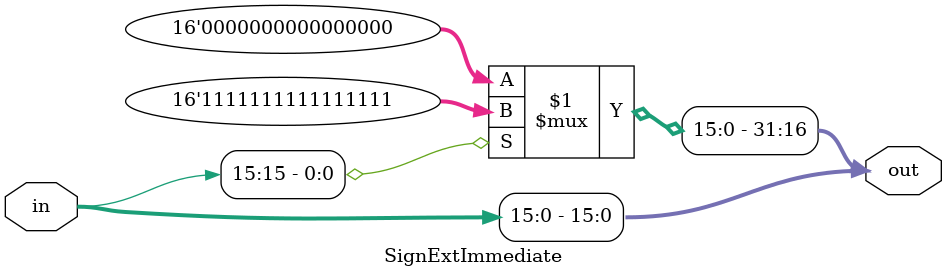
<source format=v>
module SignExtImmediate(in, out);

input [15:0] in;

output [31:0] out;

assign out[15:0] = in;

assign out[31:16] = (in[15]) ? 16'b1111111111111111:16'd0;

endmodule

</source>
